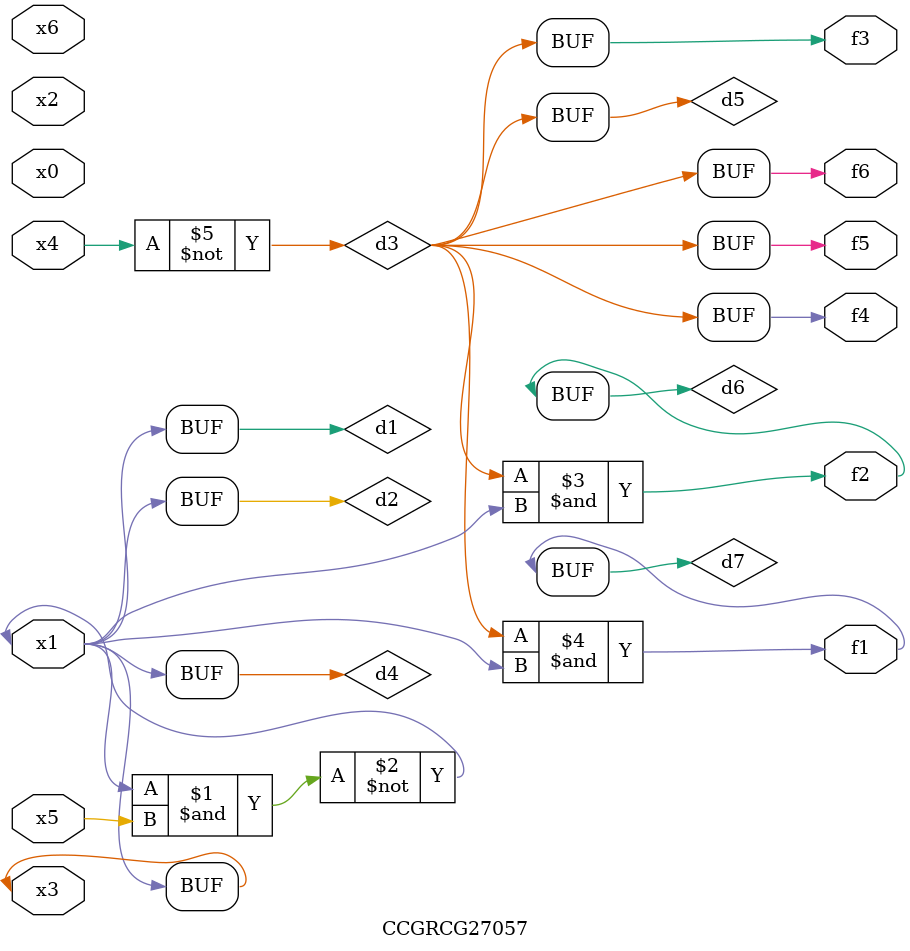
<source format=v>
module CCGRCG27057(
	input x0, x1, x2, x3, x4, x5, x6,
	output f1, f2, f3, f4, f5, f6
);

	wire d1, d2, d3, d4, d5, d6, d7;

	buf (d1, x1, x3);
	nand (d2, x1, x5);
	not (d3, x4);
	buf (d4, d1, d2);
	buf (d5, d3);
	and (d6, d3, d4);
	and (d7, d3, d4);
	assign f1 = d7;
	assign f2 = d6;
	assign f3 = d5;
	assign f4 = d5;
	assign f5 = d5;
	assign f6 = d5;
endmodule

</source>
